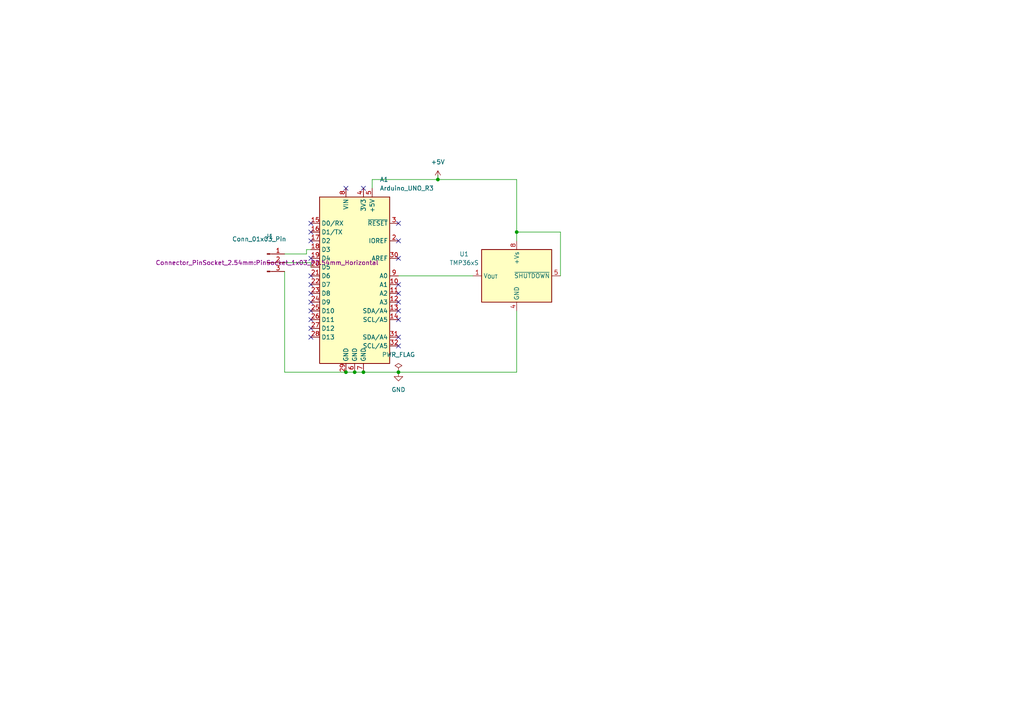
<source format=kicad_sch>
(kicad_sch
	(version 20231120)
	(generator "eeschema")
	(generator_version "8.0")
	(uuid "3ad0df09-9755-47a6-9d99-3df18edacf69")
	(paper "A4")
	(lib_symbols
		(symbol "Connector:Conn_01x03_Pin"
			(pin_names
				(offset 1.016) hide)
			(exclude_from_sim no)
			(in_bom yes)
			(on_board yes)
			(property "Reference" "J"
				(at 0 5.08 0)
				(effects
					(font
						(size 1.27 1.27)
					)
				)
			)
			(property "Value" "Conn_01x03_Pin"
				(at 0 -5.08 0)
				(effects
					(font
						(size 1.27 1.27)
					)
				)
			)
			(property "Footprint" ""
				(at 0 0 0)
				(effects
					(font
						(size 1.27 1.27)
					)
					(hide yes)
				)
			)
			(property "Datasheet" "~"
				(at 0 0 0)
				(effects
					(font
						(size 1.27 1.27)
					)
					(hide yes)
				)
			)
			(property "Description" "Generic connector, single row, 01x03, script generated"
				(at 0 0 0)
				(effects
					(font
						(size 1.27 1.27)
					)
					(hide yes)
				)
			)
			(property "ki_locked" ""
				(at 0 0 0)
				(effects
					(font
						(size 1.27 1.27)
					)
				)
			)
			(property "ki_keywords" "connector"
				(at 0 0 0)
				(effects
					(font
						(size 1.27 1.27)
					)
					(hide yes)
				)
			)
			(property "ki_fp_filters" "Connector*:*_1x??_*"
				(at 0 0 0)
				(effects
					(font
						(size 1.27 1.27)
					)
					(hide yes)
				)
			)
			(symbol "Conn_01x03_Pin_1_1"
				(polyline
					(pts
						(xy 1.27 -2.54) (xy 0.8636 -2.54)
					)
					(stroke
						(width 0.1524)
						(type default)
					)
					(fill
						(type none)
					)
				)
				(polyline
					(pts
						(xy 1.27 0) (xy 0.8636 0)
					)
					(stroke
						(width 0.1524)
						(type default)
					)
					(fill
						(type none)
					)
				)
				(polyline
					(pts
						(xy 1.27 2.54) (xy 0.8636 2.54)
					)
					(stroke
						(width 0.1524)
						(type default)
					)
					(fill
						(type none)
					)
				)
				(rectangle
					(start 0.8636 -2.413)
					(end 0 -2.667)
					(stroke
						(width 0.1524)
						(type default)
					)
					(fill
						(type outline)
					)
				)
				(rectangle
					(start 0.8636 0.127)
					(end 0 -0.127)
					(stroke
						(width 0.1524)
						(type default)
					)
					(fill
						(type outline)
					)
				)
				(rectangle
					(start 0.8636 2.667)
					(end 0 2.413)
					(stroke
						(width 0.1524)
						(type default)
					)
					(fill
						(type outline)
					)
				)
				(pin passive line
					(at 5.08 2.54 180)
					(length 3.81)
					(name "Pin_1"
						(effects
							(font
								(size 1.27 1.27)
							)
						)
					)
					(number "1"
						(effects
							(font
								(size 1.27 1.27)
							)
						)
					)
				)
				(pin passive line
					(at 5.08 0 180)
					(length 3.81)
					(name "Pin_2"
						(effects
							(font
								(size 1.27 1.27)
							)
						)
					)
					(number "2"
						(effects
							(font
								(size 1.27 1.27)
							)
						)
					)
				)
				(pin passive line
					(at 5.08 -2.54 180)
					(length 3.81)
					(name "Pin_3"
						(effects
							(font
								(size 1.27 1.27)
							)
						)
					)
					(number "3"
						(effects
							(font
								(size 1.27 1.27)
							)
						)
					)
				)
			)
		)
		(symbol "MCU_Module:Arduino_UNO_R3"
			(exclude_from_sim no)
			(in_bom yes)
			(on_board yes)
			(property "Reference" "A"
				(at -10.16 23.495 0)
				(effects
					(font
						(size 1.27 1.27)
					)
					(justify left bottom)
				)
			)
			(property "Value" "Arduino_UNO_R3"
				(at 5.08 -26.67 0)
				(effects
					(font
						(size 1.27 1.27)
					)
					(justify left top)
				)
			)
			(property "Footprint" "Module:Arduino_UNO_R3"
				(at 0 0 0)
				(effects
					(font
						(size 1.27 1.27)
						(italic yes)
					)
					(hide yes)
				)
			)
			(property "Datasheet" "https://www.arduino.cc/en/Main/arduinoBoardUno"
				(at 0 0 0)
				(effects
					(font
						(size 1.27 1.27)
					)
					(hide yes)
				)
			)
			(property "Description" "Arduino UNO Microcontroller Module, release 3"
				(at 0 0 0)
				(effects
					(font
						(size 1.27 1.27)
					)
					(hide yes)
				)
			)
			(property "ki_keywords" "Arduino UNO R3 Microcontroller Module Atmel AVR USB"
				(at 0 0 0)
				(effects
					(font
						(size 1.27 1.27)
					)
					(hide yes)
				)
			)
			(property "ki_fp_filters" "Arduino*UNO*R3*"
				(at 0 0 0)
				(effects
					(font
						(size 1.27 1.27)
					)
					(hide yes)
				)
			)
			(symbol "Arduino_UNO_R3_0_1"
				(rectangle
					(start -10.16 22.86)
					(end 10.16 -25.4)
					(stroke
						(width 0.254)
						(type default)
					)
					(fill
						(type background)
					)
				)
			)
			(symbol "Arduino_UNO_R3_1_1"
				(pin no_connect line
					(at -10.16 -20.32 0)
					(length 2.54) hide
					(name "NC"
						(effects
							(font
								(size 1.27 1.27)
							)
						)
					)
					(number "1"
						(effects
							(font
								(size 1.27 1.27)
							)
						)
					)
				)
				(pin bidirectional line
					(at 12.7 -2.54 180)
					(length 2.54)
					(name "A1"
						(effects
							(font
								(size 1.27 1.27)
							)
						)
					)
					(number "10"
						(effects
							(font
								(size 1.27 1.27)
							)
						)
					)
				)
				(pin bidirectional line
					(at 12.7 -5.08 180)
					(length 2.54)
					(name "A2"
						(effects
							(font
								(size 1.27 1.27)
							)
						)
					)
					(number "11"
						(effects
							(font
								(size 1.27 1.27)
							)
						)
					)
				)
				(pin bidirectional line
					(at 12.7 -7.62 180)
					(length 2.54)
					(name "A3"
						(effects
							(font
								(size 1.27 1.27)
							)
						)
					)
					(number "12"
						(effects
							(font
								(size 1.27 1.27)
							)
						)
					)
				)
				(pin bidirectional line
					(at 12.7 -10.16 180)
					(length 2.54)
					(name "SDA/A4"
						(effects
							(font
								(size 1.27 1.27)
							)
						)
					)
					(number "13"
						(effects
							(font
								(size 1.27 1.27)
							)
						)
					)
				)
				(pin bidirectional line
					(at 12.7 -12.7 180)
					(length 2.54)
					(name "SCL/A5"
						(effects
							(font
								(size 1.27 1.27)
							)
						)
					)
					(number "14"
						(effects
							(font
								(size 1.27 1.27)
							)
						)
					)
				)
				(pin bidirectional line
					(at -12.7 15.24 0)
					(length 2.54)
					(name "D0/RX"
						(effects
							(font
								(size 1.27 1.27)
							)
						)
					)
					(number "15"
						(effects
							(font
								(size 1.27 1.27)
							)
						)
					)
				)
				(pin bidirectional line
					(at -12.7 12.7 0)
					(length 2.54)
					(name "D1/TX"
						(effects
							(font
								(size 1.27 1.27)
							)
						)
					)
					(number "16"
						(effects
							(font
								(size 1.27 1.27)
							)
						)
					)
				)
				(pin bidirectional line
					(at -12.7 10.16 0)
					(length 2.54)
					(name "D2"
						(effects
							(font
								(size 1.27 1.27)
							)
						)
					)
					(number "17"
						(effects
							(font
								(size 1.27 1.27)
							)
						)
					)
				)
				(pin bidirectional line
					(at -12.7 7.62 0)
					(length 2.54)
					(name "D3"
						(effects
							(font
								(size 1.27 1.27)
							)
						)
					)
					(number "18"
						(effects
							(font
								(size 1.27 1.27)
							)
						)
					)
				)
				(pin bidirectional line
					(at -12.7 5.08 0)
					(length 2.54)
					(name "D4"
						(effects
							(font
								(size 1.27 1.27)
							)
						)
					)
					(number "19"
						(effects
							(font
								(size 1.27 1.27)
							)
						)
					)
				)
				(pin output line
					(at 12.7 10.16 180)
					(length 2.54)
					(name "IOREF"
						(effects
							(font
								(size 1.27 1.27)
							)
						)
					)
					(number "2"
						(effects
							(font
								(size 1.27 1.27)
							)
						)
					)
				)
				(pin bidirectional line
					(at -12.7 2.54 0)
					(length 2.54)
					(name "D5"
						(effects
							(font
								(size 1.27 1.27)
							)
						)
					)
					(number "20"
						(effects
							(font
								(size 1.27 1.27)
							)
						)
					)
				)
				(pin bidirectional line
					(at -12.7 0 0)
					(length 2.54)
					(name "D6"
						(effects
							(font
								(size 1.27 1.27)
							)
						)
					)
					(number "21"
						(effects
							(font
								(size 1.27 1.27)
							)
						)
					)
				)
				(pin bidirectional line
					(at -12.7 -2.54 0)
					(length 2.54)
					(name "D7"
						(effects
							(font
								(size 1.27 1.27)
							)
						)
					)
					(number "22"
						(effects
							(font
								(size 1.27 1.27)
							)
						)
					)
				)
				(pin bidirectional line
					(at -12.7 -5.08 0)
					(length 2.54)
					(name "D8"
						(effects
							(font
								(size 1.27 1.27)
							)
						)
					)
					(number "23"
						(effects
							(font
								(size 1.27 1.27)
							)
						)
					)
				)
				(pin bidirectional line
					(at -12.7 -7.62 0)
					(length 2.54)
					(name "D9"
						(effects
							(font
								(size 1.27 1.27)
							)
						)
					)
					(number "24"
						(effects
							(font
								(size 1.27 1.27)
							)
						)
					)
				)
				(pin bidirectional line
					(at -12.7 -10.16 0)
					(length 2.54)
					(name "D10"
						(effects
							(font
								(size 1.27 1.27)
							)
						)
					)
					(number "25"
						(effects
							(font
								(size 1.27 1.27)
							)
						)
					)
				)
				(pin bidirectional line
					(at -12.7 -12.7 0)
					(length 2.54)
					(name "D11"
						(effects
							(font
								(size 1.27 1.27)
							)
						)
					)
					(number "26"
						(effects
							(font
								(size 1.27 1.27)
							)
						)
					)
				)
				(pin bidirectional line
					(at -12.7 -15.24 0)
					(length 2.54)
					(name "D12"
						(effects
							(font
								(size 1.27 1.27)
							)
						)
					)
					(number "27"
						(effects
							(font
								(size 1.27 1.27)
							)
						)
					)
				)
				(pin bidirectional line
					(at -12.7 -17.78 0)
					(length 2.54)
					(name "D13"
						(effects
							(font
								(size 1.27 1.27)
							)
						)
					)
					(number "28"
						(effects
							(font
								(size 1.27 1.27)
							)
						)
					)
				)
				(pin power_in line
					(at -2.54 -27.94 90)
					(length 2.54)
					(name "GND"
						(effects
							(font
								(size 1.27 1.27)
							)
						)
					)
					(number "29"
						(effects
							(font
								(size 1.27 1.27)
							)
						)
					)
				)
				(pin input line
					(at 12.7 15.24 180)
					(length 2.54)
					(name "~{RESET}"
						(effects
							(font
								(size 1.27 1.27)
							)
						)
					)
					(number "3"
						(effects
							(font
								(size 1.27 1.27)
							)
						)
					)
				)
				(pin input line
					(at 12.7 5.08 180)
					(length 2.54)
					(name "AREF"
						(effects
							(font
								(size 1.27 1.27)
							)
						)
					)
					(number "30"
						(effects
							(font
								(size 1.27 1.27)
							)
						)
					)
				)
				(pin bidirectional line
					(at 12.7 -17.78 180)
					(length 2.54)
					(name "SDA/A4"
						(effects
							(font
								(size 1.27 1.27)
							)
						)
					)
					(number "31"
						(effects
							(font
								(size 1.27 1.27)
							)
						)
					)
				)
				(pin bidirectional line
					(at 12.7 -20.32 180)
					(length 2.54)
					(name "SCL/A5"
						(effects
							(font
								(size 1.27 1.27)
							)
						)
					)
					(number "32"
						(effects
							(font
								(size 1.27 1.27)
							)
						)
					)
				)
				(pin power_out line
					(at 2.54 25.4 270)
					(length 2.54)
					(name "3V3"
						(effects
							(font
								(size 1.27 1.27)
							)
						)
					)
					(number "4"
						(effects
							(font
								(size 1.27 1.27)
							)
						)
					)
				)
				(pin power_out line
					(at 5.08 25.4 270)
					(length 2.54)
					(name "+5V"
						(effects
							(font
								(size 1.27 1.27)
							)
						)
					)
					(number "5"
						(effects
							(font
								(size 1.27 1.27)
							)
						)
					)
				)
				(pin power_in line
					(at 0 -27.94 90)
					(length 2.54)
					(name "GND"
						(effects
							(font
								(size 1.27 1.27)
							)
						)
					)
					(number "6"
						(effects
							(font
								(size 1.27 1.27)
							)
						)
					)
				)
				(pin power_in line
					(at 2.54 -27.94 90)
					(length 2.54)
					(name "GND"
						(effects
							(font
								(size 1.27 1.27)
							)
						)
					)
					(number "7"
						(effects
							(font
								(size 1.27 1.27)
							)
						)
					)
				)
				(pin power_in line
					(at -2.54 25.4 270)
					(length 2.54)
					(name "VIN"
						(effects
							(font
								(size 1.27 1.27)
							)
						)
					)
					(number "8"
						(effects
							(font
								(size 1.27 1.27)
							)
						)
					)
				)
				(pin bidirectional line
					(at 12.7 0 180)
					(length 2.54)
					(name "A0"
						(effects
							(font
								(size 1.27 1.27)
							)
						)
					)
					(number "9"
						(effects
							(font
								(size 1.27 1.27)
							)
						)
					)
				)
			)
		)
		(symbol "Sensor_Temperature:TMP36xS"
			(exclude_from_sim no)
			(in_bom yes)
			(on_board yes)
			(property "Reference" "U"
				(at -8.89 8.89 0)
				(effects
					(font
						(size 1.27 1.27)
					)
				)
			)
			(property "Value" "TMP36xS"
				(at 6.35 -8.89 0)
				(effects
					(font
						(size 1.27 1.27)
					)
				)
			)
			(property "Footprint" "Package_SO:SOIC-8_3.9x4.9mm_P1.27mm"
				(at 0 -11.43 0)
				(effects
					(font
						(size 1.27 1.27)
					)
					(hide yes)
				)
			)
			(property "Datasheet" "https://www.analog.com/media/en/technical-documentation/data-sheets/TMP35_36_37.pdf"
				(at 0 0 0)
				(effects
					(font
						(size 1.27 1.27)
					)
					(hide yes)
				)
			)
			(property "Description" "Low Voltage Temperature Sensor, SOIC-8"
				(at 0 0 0)
				(effects
					(font
						(size 1.27 1.27)
					)
					(hide yes)
				)
			)
			(property "ki_keywords" "Temperature Sensor SOIC-8"
				(at 0 0 0)
				(effects
					(font
						(size 1.27 1.27)
					)
					(hide yes)
				)
			)
			(property "ki_fp_filters" "SOIC?8*3.9x4.9mm*P1.27mm*"
				(at 0 0 0)
				(effects
					(font
						(size 1.27 1.27)
					)
					(hide yes)
				)
			)
			(symbol "TMP36xS_0_1"
				(rectangle
					(start -10.16 7.62)
					(end 10.16 -7.62)
					(stroke
						(width 0.254)
						(type default)
					)
					(fill
						(type background)
					)
				)
			)
			(symbol "TMP36xS_1_1"
				(pin output line
					(at 12.7 0 180)
					(length 2.54)
					(name "V_{OUT}"
						(effects
							(font
								(size 1.27 1.27)
							)
						)
					)
					(number "1"
						(effects
							(font
								(size 1.27 1.27)
							)
						)
					)
				)
				(pin power_in line
					(at 0 -10.16 90)
					(length 2.54)
					(name "GND"
						(effects
							(font
								(size 1.27 1.27)
							)
						)
					)
					(number "4"
						(effects
							(font
								(size 1.27 1.27)
							)
						)
					)
				)
				(pin input line
					(at -12.7 0 0)
					(length 2.54)
					(name "~{SHUTDOWN}"
						(effects
							(font
								(size 1.27 1.27)
							)
						)
					)
					(number "5"
						(effects
							(font
								(size 1.27 1.27)
							)
						)
					)
				)
				(pin power_in line
					(at 0 10.16 270)
					(length 2.54)
					(name "+Vs"
						(effects
							(font
								(size 1.27 1.27)
							)
						)
					)
					(number "8"
						(effects
							(font
								(size 1.27 1.27)
							)
						)
					)
				)
			)
		)
		(symbol "power:+5V"
			(power)
			(pin_numbers hide)
			(pin_names
				(offset 0) hide)
			(exclude_from_sim no)
			(in_bom yes)
			(on_board yes)
			(property "Reference" "#PWR"
				(at 0 -3.81 0)
				(effects
					(font
						(size 1.27 1.27)
					)
					(hide yes)
				)
			)
			(property "Value" "+5V"
				(at 0 3.556 0)
				(effects
					(font
						(size 1.27 1.27)
					)
				)
			)
			(property "Footprint" ""
				(at 0 0 0)
				(effects
					(font
						(size 1.27 1.27)
					)
					(hide yes)
				)
			)
			(property "Datasheet" ""
				(at 0 0 0)
				(effects
					(font
						(size 1.27 1.27)
					)
					(hide yes)
				)
			)
			(property "Description" "Power symbol creates a global label with name \"+5V\""
				(at 0 0 0)
				(effects
					(font
						(size 1.27 1.27)
					)
					(hide yes)
				)
			)
			(property "ki_keywords" "global power"
				(at 0 0 0)
				(effects
					(font
						(size 1.27 1.27)
					)
					(hide yes)
				)
			)
			(symbol "+5V_0_1"
				(polyline
					(pts
						(xy -0.762 1.27) (xy 0 2.54)
					)
					(stroke
						(width 0)
						(type default)
					)
					(fill
						(type none)
					)
				)
				(polyline
					(pts
						(xy 0 0) (xy 0 2.54)
					)
					(stroke
						(width 0)
						(type default)
					)
					(fill
						(type none)
					)
				)
				(polyline
					(pts
						(xy 0 2.54) (xy 0.762 1.27)
					)
					(stroke
						(width 0)
						(type default)
					)
					(fill
						(type none)
					)
				)
			)
			(symbol "+5V_1_1"
				(pin power_in line
					(at 0 0 90)
					(length 0)
					(name "~"
						(effects
							(font
								(size 1.27 1.27)
							)
						)
					)
					(number "1"
						(effects
							(font
								(size 1.27 1.27)
							)
						)
					)
				)
			)
		)
		(symbol "power:GND"
			(power)
			(pin_numbers hide)
			(pin_names
				(offset 0) hide)
			(exclude_from_sim no)
			(in_bom yes)
			(on_board yes)
			(property "Reference" "#PWR"
				(at 0 -6.35 0)
				(effects
					(font
						(size 1.27 1.27)
					)
					(hide yes)
				)
			)
			(property "Value" "GND"
				(at 0 -3.81 0)
				(effects
					(font
						(size 1.27 1.27)
					)
				)
			)
			(property "Footprint" ""
				(at 0 0 0)
				(effects
					(font
						(size 1.27 1.27)
					)
					(hide yes)
				)
			)
			(property "Datasheet" ""
				(at 0 0 0)
				(effects
					(font
						(size 1.27 1.27)
					)
					(hide yes)
				)
			)
			(property "Description" "Power symbol creates a global label with name \"GND\" , ground"
				(at 0 0 0)
				(effects
					(font
						(size 1.27 1.27)
					)
					(hide yes)
				)
			)
			(property "ki_keywords" "global power"
				(at 0 0 0)
				(effects
					(font
						(size 1.27 1.27)
					)
					(hide yes)
				)
			)
			(symbol "GND_0_1"
				(polyline
					(pts
						(xy 0 0) (xy 0 -1.27) (xy 1.27 -1.27) (xy 0 -2.54) (xy -1.27 -1.27) (xy 0 -1.27)
					)
					(stroke
						(width 0)
						(type default)
					)
					(fill
						(type none)
					)
				)
			)
			(symbol "GND_1_1"
				(pin power_in line
					(at 0 0 270)
					(length 0)
					(name "~"
						(effects
							(font
								(size 1.27 1.27)
							)
						)
					)
					(number "1"
						(effects
							(font
								(size 1.27 1.27)
							)
						)
					)
				)
			)
		)
		(symbol "power:PWR_FLAG"
			(power)
			(pin_numbers hide)
			(pin_names
				(offset 0) hide)
			(exclude_from_sim no)
			(in_bom yes)
			(on_board yes)
			(property "Reference" "#FLG"
				(at 0 1.905 0)
				(effects
					(font
						(size 1.27 1.27)
					)
					(hide yes)
				)
			)
			(property "Value" "PWR_FLAG"
				(at 0 3.81 0)
				(effects
					(font
						(size 1.27 1.27)
					)
				)
			)
			(property "Footprint" ""
				(at 0 0 0)
				(effects
					(font
						(size 1.27 1.27)
					)
					(hide yes)
				)
			)
			(property "Datasheet" "~"
				(at 0 0 0)
				(effects
					(font
						(size 1.27 1.27)
					)
					(hide yes)
				)
			)
			(property "Description" "Special symbol for telling ERC where power comes from"
				(at 0 0 0)
				(effects
					(font
						(size 1.27 1.27)
					)
					(hide yes)
				)
			)
			(property "ki_keywords" "flag power"
				(at 0 0 0)
				(effects
					(font
						(size 1.27 1.27)
					)
					(hide yes)
				)
			)
			(symbol "PWR_FLAG_0_0"
				(pin power_out line
					(at 0 0 90)
					(length 0)
					(name "~"
						(effects
							(font
								(size 1.27 1.27)
							)
						)
					)
					(number "1"
						(effects
							(font
								(size 1.27 1.27)
							)
						)
					)
				)
			)
			(symbol "PWR_FLAG_0_1"
				(polyline
					(pts
						(xy 0 0) (xy 0 1.27) (xy -1.016 1.905) (xy 0 2.54) (xy 1.016 1.905) (xy 0 1.27)
					)
					(stroke
						(width 0)
						(type default)
					)
					(fill
						(type none)
					)
				)
			)
		)
	)
	(junction
		(at 115.57 107.95)
		(diameter 0)
		(color 0 0 0 0)
		(uuid "020cd04a-f793-4d42-a3b0-fecb556fdac7")
	)
	(junction
		(at 105.41 107.95)
		(diameter 0)
		(color 0 0 0 0)
		(uuid "361a2c75-16d2-49a2-8e10-b0098a9df59d")
	)
	(junction
		(at 127 52.07)
		(diameter 0)
		(color 0 0 0 0)
		(uuid "4c1f7028-09b9-4816-9591-b2f90b5efaad")
	)
	(junction
		(at 100.33 107.95)
		(diameter 0)
		(color 0 0 0 0)
		(uuid "65dfc65c-1372-4235-b203-57790f8f0fca")
	)
	(junction
		(at 149.86 67.31)
		(diameter 0)
		(color 0 0 0 0)
		(uuid "84a3c195-047e-4b8c-a293-c8111967a4dc")
	)
	(junction
		(at 102.87 107.95)
		(diameter 0)
		(color 0 0 0 0)
		(uuid "a71e5cc5-43ad-4f1b-94e7-4aab0e5949c4")
	)
	(no_connect
		(at 115.57 82.55)
		(uuid "03d0470e-f524-4ecb-ba66-5ac80ee7363b")
	)
	(no_connect
		(at 90.17 90.17)
		(uuid "13bb0094-4c97-4c93-9185-bf99591d723c")
	)
	(no_connect
		(at 115.57 69.85)
		(uuid "1a923784-a5f1-4858-87f8-3aa433b3520f")
	)
	(no_connect
		(at 105.41 54.61)
		(uuid "2ea78cfb-ec8e-4a71-aea2-2af0ffadaab7")
	)
	(no_connect
		(at 115.57 92.71)
		(uuid "2f5b8d17-727e-4a16-b7f9-5e8080861ec8")
	)
	(no_connect
		(at 90.17 74.93)
		(uuid "3c0246a3-7e08-4235-94dd-04aa45b3335a")
	)
	(no_connect
		(at 90.17 69.85)
		(uuid "3dc5b4a2-e574-497a-b59a-6a7ba79e426a")
	)
	(no_connect
		(at 90.17 87.63)
		(uuid "43afc1fb-9439-405f-a5ff-b9a7e5071608")
	)
	(no_connect
		(at 90.17 80.01)
		(uuid "43de630b-06ad-4d82-b36d-4280c05de562")
	)
	(no_connect
		(at 90.17 92.71)
		(uuid "5464d02f-f4ce-4575-887c-59d366c96a01")
	)
	(no_connect
		(at 90.17 97.79)
		(uuid "61255e44-a421-4144-a411-efcecee2ba4a")
	)
	(no_connect
		(at 115.57 97.79)
		(uuid "62a70a73-33a9-4467-8cad-959d38be4b74")
	)
	(no_connect
		(at 90.17 95.25)
		(uuid "7175d3d0-6279-475f-aac3-7eb27709ea75")
	)
	(no_connect
		(at 115.57 85.09)
		(uuid "aa30baab-bd4e-4384-9238-a807eb4540e6")
	)
	(no_connect
		(at 90.17 67.31)
		(uuid "aab1ec54-ab7c-44e0-b0a9-bf3b6f2005c2")
	)
	(no_connect
		(at 90.17 85.09)
		(uuid "af178bc2-67c1-428b-8322-d9d52a334c22")
	)
	(no_connect
		(at 100.33 54.61)
		(uuid "b52ea1be-5597-438a-8b10-49a9541a5a06")
	)
	(no_connect
		(at 115.57 64.77)
		(uuid "ca3b7717-8970-4c0f-b51d-441883570895")
	)
	(no_connect
		(at 115.57 74.93)
		(uuid "ccb8a6cc-6705-417f-be99-275e1da5ba2f")
	)
	(no_connect
		(at 115.57 87.63)
		(uuid "d94cdce1-d4a6-4181-83e1-5a818b730863")
	)
	(no_connect
		(at 115.57 90.17)
		(uuid "ddff8c4e-2cbf-45cd-ab3c-b4806e0e3aad")
	)
	(no_connect
		(at 90.17 64.77)
		(uuid "ea1e712f-ae84-4442-8605-56007845c70e")
	)
	(no_connect
		(at 115.57 100.33)
		(uuid "efce5849-bdb9-48ca-8ebc-ba6c882fd8fb")
	)
	(no_connect
		(at 90.17 82.55)
		(uuid "f5e979e0-5fef-46b7-9bb7-acd24ee1fd10")
	)
	(wire
		(pts
			(xy 82.55 76.2) (xy 90.17 76.2)
		)
		(stroke
			(width 0)
			(type default)
		)
		(uuid "092e69ff-2b09-4ecf-ae37-392d8202baa1")
	)
	(wire
		(pts
			(xy 127 52.07) (xy 149.86 52.07)
		)
		(stroke
			(width 0)
			(type default)
		)
		(uuid "0a8ca6a7-7ce6-4c1e-975a-3d7ab3895508")
	)
	(wire
		(pts
			(xy 82.55 107.95) (xy 100.33 107.95)
		)
		(stroke
			(width 0)
			(type default)
		)
		(uuid "14d4a9be-e394-4c19-8c77-c2af11cc61f0")
	)
	(wire
		(pts
			(xy 149.86 90.17) (xy 149.86 107.95)
		)
		(stroke
			(width 0)
			(type default)
		)
		(uuid "1b05828b-d0fc-4564-8215-675333d8dc8b")
	)
	(wire
		(pts
			(xy 82.55 73.66) (xy 88.9 73.66)
		)
		(stroke
			(width 0)
			(type default)
		)
		(uuid "1c3c11d2-1e25-41fc-bd6d-d8958449a119")
	)
	(wire
		(pts
			(xy 149.86 67.31) (xy 149.86 69.85)
		)
		(stroke
			(width 0)
			(type default)
		)
		(uuid "2f44dcd2-8b02-400f-9e67-6049a1438808")
	)
	(wire
		(pts
			(xy 102.87 107.95) (xy 105.41 107.95)
		)
		(stroke
			(width 0)
			(type default)
		)
		(uuid "45a123b3-fdbc-4d18-8e35-1b8c3486d833")
	)
	(wire
		(pts
			(xy 127 50.8) (xy 127 52.07)
		)
		(stroke
			(width 0)
			(type default)
		)
		(uuid "4beda68f-9248-49fd-abf9-c0679cb0a173")
	)
	(wire
		(pts
			(xy 149.86 52.07) (xy 149.86 67.31)
		)
		(stroke
			(width 0)
			(type default)
		)
		(uuid "56125c58-78c8-4283-a135-975189efed1f")
	)
	(wire
		(pts
			(xy 100.33 107.95) (xy 102.87 107.95)
		)
		(stroke
			(width 0)
			(type default)
		)
		(uuid "7454151c-8996-41d1-8c78-c53c9487f4b6")
	)
	(wire
		(pts
			(xy 107.95 52.07) (xy 107.95 54.61)
		)
		(stroke
			(width 0)
			(type default)
		)
		(uuid "85cba10d-b72c-4521-a0d3-01349ce14ac5")
	)
	(wire
		(pts
			(xy 115.57 80.01) (xy 137.16 80.01)
		)
		(stroke
			(width 0)
			(type default)
		)
		(uuid "88266275-8438-4b7e-9fdc-678e0f7c28b8")
	)
	(wire
		(pts
			(xy 88.9 72.39) (xy 88.9 73.66)
		)
		(stroke
			(width 0)
			(type default)
		)
		(uuid "8d65453b-8a68-4a61-aecc-189074ff74fc")
	)
	(wire
		(pts
			(xy 162.56 67.31) (xy 149.86 67.31)
		)
		(stroke
			(width 0)
			(type default)
		)
		(uuid "97eed8a3-5bdc-407b-b5c8-5204a0736870")
	)
	(wire
		(pts
			(xy 90.17 72.39) (xy 88.9 72.39)
		)
		(stroke
			(width 0)
			(type default)
		)
		(uuid "ad43547e-03e6-4d0b-8b32-5d934285b3f1")
	)
	(wire
		(pts
			(xy 90.17 76.2) (xy 90.17 77.47)
		)
		(stroke
			(width 0)
			(type default)
		)
		(uuid "cf064018-9264-40d2-b314-bfd5afe1539b")
	)
	(wire
		(pts
			(xy 162.56 80.01) (xy 162.56 67.31)
		)
		(stroke
			(width 0)
			(type default)
		)
		(uuid "de4df535-a8e1-44b6-9c44-3c3e3b917913")
	)
	(wire
		(pts
			(xy 105.41 107.95) (xy 115.57 107.95)
		)
		(stroke
			(width 0)
			(type default)
		)
		(uuid "e0477a13-c8ee-4752-98e4-d347acd9289d")
	)
	(wire
		(pts
			(xy 115.57 107.95) (xy 149.86 107.95)
		)
		(stroke
			(width 0)
			(type default)
		)
		(uuid "e2956dee-1258-4ae4-89ad-4a51bc022044")
	)
	(wire
		(pts
			(xy 107.95 52.07) (xy 127 52.07)
		)
		(stroke
			(width 0)
			(type default)
		)
		(uuid "e54e8f9d-5498-4962-b62d-bdb3d1cee9d5")
	)
	(wire
		(pts
			(xy 82.55 78.74) (xy 82.55 107.95)
		)
		(stroke
			(width 0)
			(type default)
		)
		(uuid "ee53a7ba-4225-414c-a9a2-a4b3c419947c")
	)
	(symbol
		(lib_id "power:PWR_FLAG")
		(at 115.57 107.95 0)
		(unit 1)
		(exclude_from_sim no)
		(in_bom yes)
		(on_board yes)
		(dnp no)
		(fields_autoplaced yes)
		(uuid "0fd989a0-8c82-489d-b394-289aafe24579")
		(property "Reference" "#FLG01"
			(at 115.57 106.045 0)
			(effects
				(font
					(size 1.27 1.27)
				)
				(hide yes)
			)
		)
		(property "Value" "PWR_FLAG"
			(at 115.57 102.87 0)
			(effects
				(font
					(size 1.27 1.27)
				)
			)
		)
		(property "Footprint" ""
			(at 115.57 107.95 0)
			(effects
				(font
					(size 1.27 1.27)
				)
				(hide yes)
			)
		)
		(property "Datasheet" "~"
			(at 115.57 107.95 0)
			(effects
				(font
					(size 1.27 1.27)
				)
				(hide yes)
			)
		)
		(property "Description" "Special symbol for telling ERC where power comes from"
			(at 115.57 107.95 0)
			(effects
				(font
					(size 1.27 1.27)
				)
				(hide yes)
			)
		)
		(pin "1"
			(uuid "53bf8eaf-0fec-441a-a961-c2b49e3bedee")
		)
		(instances
			(project "Temperature_Sensor_Module"
				(path "/3ad0df09-9755-47a6-9d99-3df18edacf69"
					(reference "#FLG01")
					(unit 1)
				)
			)
		)
	)
	(symbol
		(lib_id "MCU_Module:Arduino_UNO_R3")
		(at 102.87 80.01 0)
		(unit 1)
		(exclude_from_sim no)
		(in_bom yes)
		(on_board yes)
		(dnp no)
		(fields_autoplaced yes)
		(uuid "138d4890-e72e-43a7-872d-3a3b4c0eb8e5")
		(property "Reference" "A1"
			(at 110.1441 52.07 0)
			(effects
				(font
					(size 1.27 1.27)
				)
				(justify left)
			)
		)
		(property "Value" "Arduino_UNO_R3"
			(at 110.1441 54.61 0)
			(effects
				(font
					(size 1.27 1.27)
				)
				(justify left)
			)
		)
		(property "Footprint" "Module:Arduino_UNO_R3"
			(at 102.87 80.01 0)
			(effects
				(font
					(size 1.27 1.27)
					(italic yes)
				)
				(hide yes)
			)
		)
		(property "Datasheet" "https://www.arduino.cc/en/Main/arduinoBoardUno"
			(at 102.87 80.01 0)
			(effects
				(font
					(size 1.27 1.27)
				)
				(hide yes)
			)
		)
		(property "Description" "Arduino UNO Microcontroller Module, release 3"
			(at 102.87 80.01 0)
			(effects
				(font
					(size 1.27 1.27)
				)
				(hide yes)
			)
		)
		(pin "3"
			(uuid "e4591bd5-4a6d-4c68-97e3-2827d96261f4")
		)
		(pin "16"
			(uuid "e3da3f4f-f6fe-4aa5-877e-aac39dd0d86b")
		)
		(pin "11"
			(uuid "5c6114db-c01a-4e89-97fa-a7091922a38f")
		)
		(pin "29"
			(uuid "f2e4bd43-ba44-4127-b0a2-7b97123d4e89")
		)
		(pin "17"
			(uuid "b7175d1a-00e2-4893-a5ee-59974bc03939")
		)
		(pin "30"
			(uuid "865335a3-a173-4fd6-8bc7-1af40ec42e6f")
		)
		(pin "9"
			(uuid "2aee8ad5-6106-4fdd-bde2-49bfd6196acc")
		)
		(pin "6"
			(uuid "94e44a33-070b-47b8-bfa8-f545b5c3b417")
		)
		(pin "19"
			(uuid "99ef937b-686c-4640-8c24-a08b33d778e2")
		)
		(pin "21"
			(uuid "92f15221-7abb-4a09-9db8-57d5423b59e9")
		)
		(pin "14"
			(uuid "bc7c4af3-7441-4850-9d19-981ba1ca6b89")
		)
		(pin "18"
			(uuid "2d11d9a8-b509-4772-9e9f-7f21218d22f1")
		)
		(pin "23"
			(uuid "bc695ed4-21d2-4227-8d56-c466fc227f4e")
		)
		(pin "20"
			(uuid "c296a0e2-834d-4920-9457-a8164e526f98")
		)
		(pin "25"
			(uuid "3cdf55ea-cc4a-4aeb-8685-3e52ba628547")
		)
		(pin "4"
			(uuid "35df7f71-28d8-447f-ac88-561621edcfc1")
		)
		(pin "22"
			(uuid "664af4aa-2142-46fa-a8ae-85845e65673a")
		)
		(pin "7"
			(uuid "27badc68-049a-420d-b8de-0a2afcb1db1d")
		)
		(pin "13"
			(uuid "7eab4d4c-bc68-42e0-a9de-34f43f1c001f")
		)
		(pin "32"
			(uuid "8ed56cf2-e20f-42c6-8cd6-280837a28afa")
		)
		(pin "2"
			(uuid "51cfc7e4-dec7-4710-a6b4-c9674c42225b")
		)
		(pin "10"
			(uuid "4e01c033-906e-4e9f-89b0-7e48a5f2b147")
		)
		(pin "12"
			(uuid "20902b9e-5686-4b19-8686-9e58feebe9e7")
		)
		(pin "15"
			(uuid "2fcb2171-b359-45b4-ae22-07773b10fb2e")
		)
		(pin "24"
			(uuid "ec6c5c41-78c4-4494-8084-71cb27c3aaee")
		)
		(pin "27"
			(uuid "c5655ec4-b385-4505-93f9-b9a329561133")
		)
		(pin "31"
			(uuid "11f35731-78c6-4852-8126-a9810aa50810")
		)
		(pin "8"
			(uuid "bccedb35-8f93-4126-82f7-ec14e0b72aaa")
		)
		(pin "26"
			(uuid "ed323a08-f7aa-4e97-8f96-d288f002dfcb")
		)
		(pin "1"
			(uuid "bbccbdcb-90b7-4a07-bf6a-689df9e29fb2")
		)
		(pin "5"
			(uuid "17a26124-59db-4a33-a3e6-a5857297548a")
		)
		(pin "28"
			(uuid "333b2311-a18e-4f14-b29e-c93a50e89f69")
		)
		(instances
			(project ""
				(path "/3ad0df09-9755-47a6-9d99-3df18edacf69"
					(reference "A1")
					(unit 1)
				)
			)
		)
	)
	(symbol
		(lib_id "power:GND")
		(at 115.57 107.95 0)
		(unit 1)
		(exclude_from_sim no)
		(in_bom yes)
		(on_board yes)
		(dnp no)
		(fields_autoplaced yes)
		(uuid "71b9b8e5-87be-4ef0-97a9-9ba56cce0bb6")
		(property "Reference" "#PWR03"
			(at 115.57 114.3 0)
			(effects
				(font
					(size 1.27 1.27)
				)
				(hide yes)
			)
		)
		(property "Value" "GND"
			(at 115.57 113.03 0)
			(effects
				(font
					(size 1.27 1.27)
				)
			)
		)
		(property "Footprint" ""
			(at 115.57 107.95 0)
			(effects
				(font
					(size 1.27 1.27)
				)
				(hide yes)
			)
		)
		(property "Datasheet" ""
			(at 115.57 107.95 0)
			(effects
				(font
					(size 1.27 1.27)
				)
				(hide yes)
			)
		)
		(property "Description" "Power symbol creates a global label with name \"GND\" , ground"
			(at 115.57 107.95 0)
			(effects
				(font
					(size 1.27 1.27)
				)
				(hide yes)
			)
		)
		(pin "1"
			(uuid "76bfee4a-3e5d-400f-8364-53906a21146e")
		)
		(instances
			(project ""
				(path "/3ad0df09-9755-47a6-9d99-3df18edacf69"
					(reference "#PWR03")
					(unit 1)
				)
			)
		)
	)
	(symbol
		(lib_id "power:+5V")
		(at 127 52.07 0)
		(unit 1)
		(exclude_from_sim no)
		(in_bom yes)
		(on_board yes)
		(dnp no)
		(fields_autoplaced yes)
		(uuid "72a1825e-cbb6-4b19-a646-c34a65f32ad1")
		(property "Reference" "#PWR02"
			(at 127 55.88 0)
			(effects
				(font
					(size 1.27 1.27)
				)
				(hide yes)
			)
		)
		(property "Value" "+5V"
			(at 127 46.99 0)
			(effects
				(font
					(size 1.27 1.27)
				)
			)
		)
		(property "Footprint" ""
			(at 127 52.07 0)
			(effects
				(font
					(size 1.27 1.27)
				)
				(hide yes)
			)
		)
		(property "Datasheet" ""
			(at 127 52.07 0)
			(effects
				(font
					(size 1.27 1.27)
				)
				(hide yes)
			)
		)
		(property "Description" "Power symbol creates a global label with name \"+5V\""
			(at 127 52.07 0)
			(effects
				(font
					(size 1.27 1.27)
				)
				(hide yes)
			)
		)
		(pin "1"
			(uuid "7075f5ee-f793-473d-a8b7-207ad80025c0")
		)
		(instances
			(project ""
				(path "/3ad0df09-9755-47a6-9d99-3df18edacf69"
					(reference "#PWR02")
					(unit 1)
				)
			)
		)
	)
	(symbol
		(lib_id "Connector:Conn_01x03_Pin")
		(at 77.47 76.2 0)
		(unit 1)
		(exclude_from_sim no)
		(in_bom yes)
		(on_board yes)
		(dnp no)
		(uuid "b3c0aed1-bfc0-4dc8-a1fb-4f842eb3f64b")
		(property "Reference" "J1"
			(at 78.105 68.58 0)
			(effects
				(font
					(size 1.27 1.27)
				)
			)
		)
		(property "Value" "Conn_01x03_Pin"
			(at 75.184 69.342 0)
			(effects
				(font
					(size 1.27 1.27)
				)
			)
		)
		(property "Footprint" "Connector_PinSocket_2.54mm:PinSocket_1x03_P2.54mm_Horizontal"
			(at 77.47 76.2 0)
			(effects
				(font
					(size 1.27 1.27)
				)
			)
		)
		(property "Datasheet" "~"
			(at 77.47 76.2 0)
			(effects
				(font
					(size 1.27 1.27)
				)
				(hide yes)
			)
		)
		(property "Description" "Generic connector, single row, 01x03, script generated"
			(at 77.47 76.2 0)
			(effects
				(font
					(size 1.27 1.27)
				)
				(hide yes)
			)
		)
		(pin "3"
			(uuid "52e53e77-7bb4-4c7f-94eb-1ad8168ad907")
		)
		(pin "2"
			(uuid "8f1d7fe3-9cf3-4d42-b201-078124c92e8a")
		)
		(pin "1"
			(uuid "8522d491-f9ac-44fc-bf4d-cc2879515b99")
		)
		(instances
			(project ""
				(path "/3ad0df09-9755-47a6-9d99-3df18edacf69"
					(reference "J1")
					(unit 1)
				)
			)
		)
	)
	(symbol
		(lib_id "Sensor_Temperature:TMP36xS")
		(at 149.86 80.01 0)
		(mirror y)
		(unit 1)
		(exclude_from_sim no)
		(in_bom yes)
		(on_board yes)
		(dnp no)
		(uuid "d80585c1-2acf-436b-93a4-38a1942fa4c6")
		(property "Reference" "U1"
			(at 134.62 73.6914 0)
			(effects
				(font
					(size 1.27 1.27)
				)
			)
		)
		(property "Value" "TMP36xS"
			(at 134.62 76.2314 0)
			(effects
				(font
					(size 1.27 1.27)
				)
			)
		)
		(property "Footprint" "Package_SO:SOIC-8_3.9x4.9mm_P1.27mm"
			(at 149.86 91.44 0)
			(effects
				(font
					(size 1.27 1.27)
				)
				(hide yes)
			)
		)
		(property "Datasheet" "https://www.analog.com/media/en/technical-documentation/data-sheets/TMP35_36_37.pdf"
			(at 149.86 80.01 0)
			(effects
				(font
					(size 1.27 1.27)
				)
				(hide yes)
			)
		)
		(property "Description" "Low Voltage Temperature Sensor, SOIC-8"
			(at 149.86 80.01 0)
			(effects
				(font
					(size 1.27 1.27)
				)
				(hide yes)
			)
		)
		(pin "5"
			(uuid "6437d952-f13e-459c-9b45-cdde6cd5a41a")
		)
		(pin "1"
			(uuid "5b88eede-dfe5-4dba-b316-d5af82d7b4c2")
		)
		(pin "4"
			(uuid "4f3989b5-71a8-437f-8f6e-2a7c05966c96")
		)
		(pin "8"
			(uuid "ababa789-bfc1-407d-8188-0c6f7f73f8f9")
		)
		(instances
			(project ""
				(path "/3ad0df09-9755-47a6-9d99-3df18edacf69"
					(reference "U1")
					(unit 1)
				)
			)
		)
	)
	(sheet_instances
		(path "/"
			(page "1")
		)
	)
)

</source>
